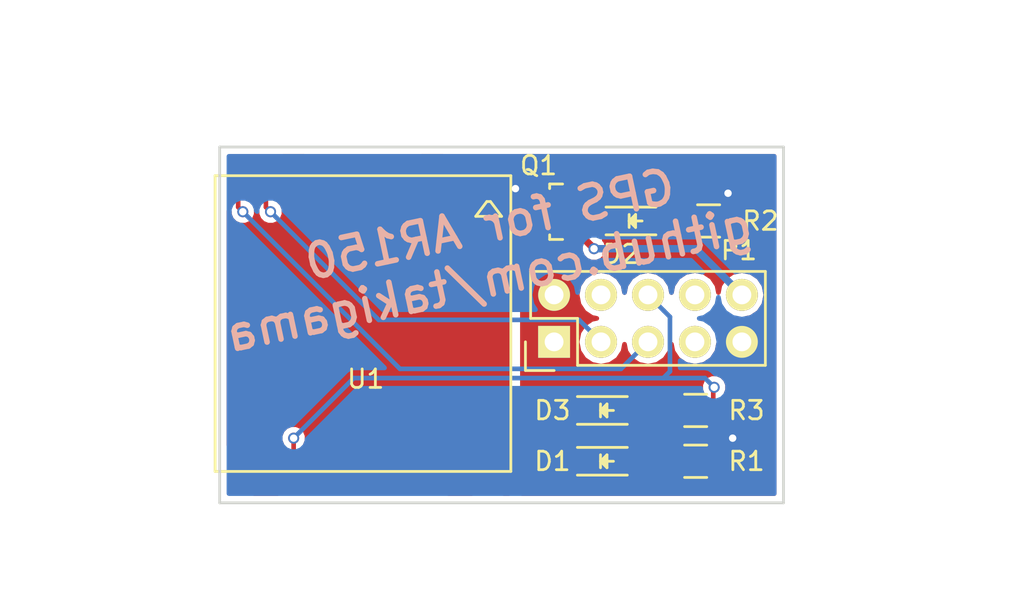
<source format=kicad_pcb>
(kicad_pcb (version 4) (host pcbnew 4.0.2+dfsg1-stable)

  (general
    (links 20)
    (no_connects 1)
    (area 106.500001 87.65 165.535715 120.225)
    (thickness 1.6)
    (drawings 8)
    (tracks 49)
    (zones 0)
    (modules 9)
    (nets 11)
  )

  (page A4)
  (layers
    (0 F.Cu signal)
    (31 B.Cu signal)
    (32 B.Adhes user)
    (33 F.Adhes user)
    (34 B.Paste user)
    (35 F.Paste user)
    (36 B.SilkS user)
    (37 F.SilkS user)
    (38 B.Mask user)
    (39 F.Mask user)
    (40 Dwgs.User user)
    (41 Cmts.User user)
    (42 Eco1.User user)
    (43 Eco2.User user)
    (44 Edge.Cuts user)
    (45 Margin user)
    (46 B.CrtYd user)
    (47 F.CrtYd user)
    (48 B.Fab user)
    (49 F.Fab user)
  )

  (setup
    (last_trace_width 1)
    (user_trace_width 0.4)
    (user_trace_width 0.6)
    (user_trace_width 0.8)
    (user_trace_width 1)
    (user_trace_width 1.2)
    (user_trace_width 1.5)
    (user_trace_width 1.8)
    (user_trace_width 2.5)
    (trace_clearance 0.2)
    (zone_clearance 0.3)
    (zone_45_only no)
    (trace_min 0.2)
    (segment_width 0.2)
    (edge_width 0.15)
    (via_size 0.6)
    (via_drill 0.4)
    (via_min_size 0.4)
    (via_min_drill 0.3)
    (uvia_size 0.3)
    (uvia_drill 0.1)
    (uvias_allowed no)
    (uvia_min_size 0.2)
    (uvia_min_drill 0.1)
    (pcb_text_width 0.3)
    (pcb_text_size 1.5 1.5)
    (mod_edge_width 0.15)
    (mod_text_size 1 1)
    (mod_text_width 0.15)
    (pad_size 1.524 1.524)
    (pad_drill 0.762)
    (pad_to_mask_clearance 0.2)
    (aux_axis_origin 0 0)
    (visible_elements FFFFFF7F)
    (pcbplotparams
      (layerselection 0x00030_80000001)
      (usegerberextensions false)
      (excludeedgelayer true)
      (linewidth 0.100000)
      (plotframeref false)
      (viasonmask false)
      (mode 1)
      (useauxorigin false)
      (hpglpennumber 1)
      (hpglpenspeed 20)
      (hpglpendiameter 15)
      (hpglpenoverlay 2)
      (psnegative false)
      (psa4output false)
      (plotreference true)
      (plotvalue true)
      (plotinvisibletext false)
      (padsonsilk false)
      (subtractmaskfromsilk false)
      (outputformat 1)
      (mirror false)
      (drillshape 1)
      (scaleselection 1)
      (outputdirectory ""))
  )

  (net 0 "")
  (net 1 "Net-(D1-Pad2)")
  (net 2 GND)
  (net 3 "Net-(D2-Pad2)")
  (net 4 GP_GND)
  (net 5 RX)
  (net 6 TX)
  (net 7 GP_14)
  (net 8 +3V3)
  (net 9 GP_17)
  (net 10 "Net-(D3-Pad2)")

  (net_class Default "This is the default net class."
    (clearance 0.2)
    (trace_width 0.25)
    (via_dia 0.6)
    (via_drill 0.4)
    (uvia_dia 0.3)
    (uvia_drill 0.1)
    (add_net +3V3)
    (add_net GND)
    (add_net GP_14)
    (add_net GP_17)
    (add_net GP_GND)
    (add_net "Net-(D1-Pad2)")
    (add_net "Net-(D2-Pad2)")
    (add_net "Net-(D3-Pad2)")
    (add_net RX)
    (add_net TX)
  )

  (module LEDs:LED_0805 (layer F.Cu) (tedit 55BDE1C2) (tstamp 59119C84)
    (at 139.70098 112.25)
    (descr "LED 0805 smd package")
    (tags "LED 0805 SMD")
    (path /59110B72)
    (attr smd)
    (fp_text reference D1 (at -2.95098 0) (layer F.SilkS)
      (effects (font (size 1 1) (thickness 0.15)))
    )
    (fp_text value LED (at 2.79902 7) (layer F.Fab)
      (effects (font (size 1 1) (thickness 0.15)))
    )
    (fp_line (start -1.6 0.75) (end 1.1 0.75) (layer F.SilkS) (width 0.15))
    (fp_line (start -1.6 -0.75) (end 1.1 -0.75) (layer F.SilkS) (width 0.15))
    (fp_line (start -0.1 0.15) (end -0.1 -0.1) (layer F.SilkS) (width 0.15))
    (fp_line (start -0.1 -0.1) (end -0.25 0.05) (layer F.SilkS) (width 0.15))
    (fp_line (start -0.35 -0.35) (end -0.35 0.35) (layer F.SilkS) (width 0.15))
    (fp_line (start 0 0) (end 0.35 0) (layer F.SilkS) (width 0.15))
    (fp_line (start -0.35 0) (end 0 -0.35) (layer F.SilkS) (width 0.15))
    (fp_line (start 0 -0.35) (end 0 0.35) (layer F.SilkS) (width 0.15))
    (fp_line (start 0 0.35) (end -0.35 0) (layer F.SilkS) (width 0.15))
    (fp_line (start 1.9 -0.95) (end 1.9 0.95) (layer F.CrtYd) (width 0.05))
    (fp_line (start 1.9 0.95) (end -1.9 0.95) (layer F.CrtYd) (width 0.05))
    (fp_line (start -1.9 0.95) (end -1.9 -0.95) (layer F.CrtYd) (width 0.05))
    (fp_line (start -1.9 -0.95) (end 1.9 -0.95) (layer F.CrtYd) (width 0.05))
    (pad 2 smd rect (at 1.04902 0 180) (size 1.19888 1.19888) (layers F.Cu F.Paste F.Mask)
      (net 1 "Net-(D1-Pad2)"))
    (pad 1 smd rect (at -1.04902 0 180) (size 1.19888 1.19888) (layers F.Cu F.Paste F.Mask)
      (net 2 GND))
    (model LEDs.3dshapes/LED_0805.wrl
      (at (xyz 0 0 0))
      (scale (xyz 1 1 1))
      (rotate (xyz 0 0 0))
    )
  )

  (module LEDs:LED_0805 (layer F.Cu) (tedit 55BDE1C2) (tstamp 59119C8A)
    (at 141.25 99.25)
    (descr "LED 0805 smd package")
    (tags "LED 0805 SMD")
    (path /59110BF4)
    (attr smd)
    (fp_text reference D2 (at -0.8 1.8 180) (layer F.SilkS)
      (effects (font (size 1 1) (thickness 0.15)))
    )
    (fp_text value LED (at -0.25 -7) (layer F.Fab)
      (effects (font (size 1 1) (thickness 0.15)))
    )
    (fp_line (start -1.6 0.75) (end 1.1 0.75) (layer F.SilkS) (width 0.15))
    (fp_line (start -1.6 -0.75) (end 1.1 -0.75) (layer F.SilkS) (width 0.15))
    (fp_line (start -0.1 0.15) (end -0.1 -0.1) (layer F.SilkS) (width 0.15))
    (fp_line (start -0.1 -0.1) (end -0.25 0.05) (layer F.SilkS) (width 0.15))
    (fp_line (start -0.35 -0.35) (end -0.35 0.35) (layer F.SilkS) (width 0.15))
    (fp_line (start 0 0) (end 0.35 0) (layer F.SilkS) (width 0.15))
    (fp_line (start -0.35 0) (end 0 -0.35) (layer F.SilkS) (width 0.15))
    (fp_line (start 0 -0.35) (end 0 0.35) (layer F.SilkS) (width 0.15))
    (fp_line (start 0 0.35) (end -0.35 0) (layer F.SilkS) (width 0.15))
    (fp_line (start 1.9 -0.95) (end 1.9 0.95) (layer F.CrtYd) (width 0.05))
    (fp_line (start 1.9 0.95) (end -1.9 0.95) (layer F.CrtYd) (width 0.05))
    (fp_line (start -1.9 0.95) (end -1.9 -0.95) (layer F.CrtYd) (width 0.05))
    (fp_line (start -1.9 -0.95) (end 1.9 -0.95) (layer F.CrtYd) (width 0.05))
    (pad 2 smd rect (at 1.04902 0 180) (size 1.19888 1.19888) (layers F.Cu F.Paste F.Mask)
      (net 3 "Net-(D2-Pad2)"))
    (pad 1 smd rect (at -1.04902 0 180) (size 1.19888 1.19888) (layers F.Cu F.Paste F.Mask)
      (net 4 GP_GND))
    (model LEDs.3dshapes/LED_0805.wrl
      (at (xyz 0 0 0))
      (scale (xyz 1 1 1))
      (rotate (xyz 0 0 0))
    )
  )

  (module Pin_Headers:Pin_Header_Straight_2x05 (layer F.Cu) (tedit 0) (tstamp 59119C98)
    (at 136.84 105.79 90)
    (descr "Through hole pin header")
    (tags "pin header")
    (path /591108C0)
    (fp_text reference P1 (at 4.94 10 180) (layer F.SilkS)
      (effects (font (size 1 1) (thickness 0.15)))
    )
    (fp_text value CONN_02X05 (at 11.54 4.66 180) (layer F.Fab)
      (effects (font (size 1 1) (thickness 0.15)))
    )
    (fp_line (start -1.75 -1.75) (end -1.75 11.95) (layer F.CrtYd) (width 0.05))
    (fp_line (start 4.3 -1.75) (end 4.3 11.95) (layer F.CrtYd) (width 0.05))
    (fp_line (start -1.75 -1.75) (end 4.3 -1.75) (layer F.CrtYd) (width 0.05))
    (fp_line (start -1.75 11.95) (end 4.3 11.95) (layer F.CrtYd) (width 0.05))
    (fp_line (start 3.81 -1.27) (end 3.81 11.43) (layer F.SilkS) (width 0.15))
    (fp_line (start 3.81 11.43) (end -1.27 11.43) (layer F.SilkS) (width 0.15))
    (fp_line (start -1.27 11.43) (end -1.27 1.27) (layer F.SilkS) (width 0.15))
    (fp_line (start 3.81 -1.27) (end 1.27 -1.27) (layer F.SilkS) (width 0.15))
    (fp_line (start 0 -1.55) (end -1.55 -1.55) (layer F.SilkS) (width 0.15))
    (fp_line (start 1.27 -1.27) (end 1.27 1.27) (layer F.SilkS) (width 0.15))
    (fp_line (start 1.27 1.27) (end -1.27 1.27) (layer F.SilkS) (width 0.15))
    (fp_line (start -1.55 -1.55) (end -1.55 0) (layer F.SilkS) (width 0.15))
    (pad 1 thru_hole rect (at 0 0 90) (size 1.7272 1.7272) (drill 1.016) (layers *.Cu *.Mask F.SilkS)
      (net 2 GND))
    (pad 2 thru_hole oval (at 2.54 0 90) (size 1.7272 1.7272) (drill 1.016) (layers *.Cu *.Mask F.SilkS)
      (net 2 GND))
    (pad 3 thru_hole oval (at 0 2.54 90) (size 1.7272 1.7272) (drill 1.016) (layers *.Cu *.Mask F.SilkS)
      (net 5 RX))
    (pad 4 thru_hole oval (at 2.54 2.54 90) (size 1.7272 1.7272) (drill 1.016) (layers *.Cu *.Mask F.SilkS))
    (pad 5 thru_hole oval (at 0 5.08 90) (size 1.7272 1.7272) (drill 1.016) (layers *.Cu *.Mask F.SilkS)
      (net 6 TX))
    (pad 6 thru_hole oval (at 2.54 5.08 90) (size 1.7272 1.7272) (drill 1.016) (layers *.Cu *.Mask F.SilkS)
      (net 7 GP_14))
    (pad 7 thru_hole oval (at 0 7.62 90) (size 1.7272 1.7272) (drill 1.016) (layers *.Cu *.Mask F.SilkS))
    (pad 8 thru_hole oval (at 2.54 7.62 90) (size 1.7272 1.7272) (drill 1.016) (layers *.Cu *.Mask F.SilkS))
    (pad 9 thru_hole oval (at 0 10.16 90) (size 1.7272 1.7272) (drill 1.016) (layers *.Cu *.Mask F.SilkS)
      (net 8 +3V3))
    (pad 10 thru_hole oval (at 2.54 10.16 90) (size 1.7272 1.7272) (drill 1.016) (layers *.Cu *.Mask F.SilkS)
      (net 9 GP_17))
    (model Pin_Headers.3dshapes/Pin_Header_Straight_2x05.wrl
      (at (xyz 0.05 -0.2 0))
      (scale (xyz 1 1 1))
      (rotate (xyz 0 0 90))
    )
  )

  (module TO_SOT_Packages_SMD:SOT-23 (layer F.Cu) (tedit 553634F8) (tstamp 59119C9F)
    (at 137.25 98.75 90)
    (descr "SOT-23, Standard")
    (tags SOT-23)
    (path /59110876)
    (attr smd)
    (fp_text reference Q1 (at 2.5 -1.25 180) (layer F.SilkS)
      (effects (font (size 1 1) (thickness 0.15)))
    )
    (fp_text value BSS138 (at -0.372 14.947 90) (layer F.Fab)
      (effects (font (size 1 1) (thickness 0.15)))
    )
    (fp_line (start -1.65 -1.6) (end 1.65 -1.6) (layer F.CrtYd) (width 0.05))
    (fp_line (start 1.65 -1.6) (end 1.65 1.6) (layer F.CrtYd) (width 0.05))
    (fp_line (start 1.65 1.6) (end -1.65 1.6) (layer F.CrtYd) (width 0.05))
    (fp_line (start -1.65 1.6) (end -1.65 -1.6) (layer F.CrtYd) (width 0.05))
    (fp_line (start 1.29916 -0.65024) (end 1.2509 -0.65024) (layer F.SilkS) (width 0.15))
    (fp_line (start -1.49982 0.0508) (end -1.49982 -0.65024) (layer F.SilkS) (width 0.15))
    (fp_line (start -1.49982 -0.65024) (end -1.2509 -0.65024) (layer F.SilkS) (width 0.15))
    (fp_line (start 1.29916 -0.65024) (end 1.49982 -0.65024) (layer F.SilkS) (width 0.15))
    (fp_line (start 1.49982 -0.65024) (end 1.49982 0.0508) (layer F.SilkS) (width 0.15))
    (pad 1 smd rect (at -0.95 1.00076 90) (size 0.8001 0.8001) (layers F.Cu F.Paste F.Mask)
      (net 9 GP_17))
    (pad 2 smd rect (at 0.95 1.00076 90) (size 0.8001 0.8001) (layers F.Cu F.Paste F.Mask)
      (net 2 GND))
    (pad 3 smd rect (at 0 -0.99822 90) (size 0.8001 0.8001) (layers F.Cu F.Paste F.Mask)
      (net 4 GP_GND))
    (model TO_SOT_Packages_SMD.3dshapes/SOT-23.wrl
      (at (xyz 0 0 0))
      (scale (xyz 1 1 1))
      (rotate (xyz 0 0 0))
    )
  )

  (module Resistors_SMD:R_0805 (layer F.Cu) (tedit 5415CDEB) (tstamp 59119CA5)
    (at 144.5 112.25 180)
    (descr "Resistor SMD 0805, reflow soldering, Vishay (see dcrcw.pdf)")
    (tags "resistor 0805")
    (path /59110C24)
    (attr smd)
    (fp_text reference R1 (at -2.75 0 180) (layer F.SilkS)
      (effects (font (size 1 1) (thickness 0.15)))
    )
    (fp_text value 300 (at -6 3 180) (layer F.Fab)
      (effects (font (size 1 1) (thickness 0.15)))
    )
    (fp_line (start -1.6 -1) (end 1.6 -1) (layer F.CrtYd) (width 0.05))
    (fp_line (start -1.6 1) (end 1.6 1) (layer F.CrtYd) (width 0.05))
    (fp_line (start -1.6 -1) (end -1.6 1) (layer F.CrtYd) (width 0.05))
    (fp_line (start 1.6 -1) (end 1.6 1) (layer F.CrtYd) (width 0.05))
    (fp_line (start 0.6 0.875) (end -0.6 0.875) (layer F.SilkS) (width 0.15))
    (fp_line (start -0.6 -0.875) (end 0.6 -0.875) (layer F.SilkS) (width 0.15))
    (pad 1 smd rect (at -0.95 0 180) (size 0.7 1.3) (layers F.Cu F.Paste F.Mask)
      (net 8 +3V3))
    (pad 2 smd rect (at 0.95 0 180) (size 0.7 1.3) (layers F.Cu F.Paste F.Mask)
      (net 1 "Net-(D1-Pad2)"))
    (model Resistors_SMD.3dshapes/R_0805.wrl
      (at (xyz 0 0 0))
      (scale (xyz 1 1 1))
      (rotate (xyz 0 0 0))
    )
  )

  (module Resistors_SMD:R_0805 (layer F.Cu) (tedit 5415CDEB) (tstamp 59119CAB)
    (at 145.2 99.25 180)
    (descr "Resistor SMD 0805, reflow soldering, Vishay (see dcrcw.pdf)")
    (tags "resistor 0805")
    (path /59110C69)
    (attr smd)
    (fp_text reference R2 (at -2.8 0 180) (layer F.SilkS)
      (effects (font (size 1 1) (thickness 0.15)))
    )
    (fp_text value 300 (at -0.3 7 180) (layer F.Fab)
      (effects (font (size 1 1) (thickness 0.15)))
    )
    (fp_line (start -1.6 -1) (end 1.6 -1) (layer F.CrtYd) (width 0.05))
    (fp_line (start -1.6 1) (end 1.6 1) (layer F.CrtYd) (width 0.05))
    (fp_line (start -1.6 -1) (end -1.6 1) (layer F.CrtYd) (width 0.05))
    (fp_line (start 1.6 -1) (end 1.6 1) (layer F.CrtYd) (width 0.05))
    (fp_line (start 0.6 0.875) (end -0.6 0.875) (layer F.SilkS) (width 0.15))
    (fp_line (start -0.6 -0.875) (end 0.6 -0.875) (layer F.SilkS) (width 0.15))
    (pad 1 smd rect (at -0.95 0 180) (size 0.7 1.3) (layers F.Cu F.Paste F.Mask)
      (net 8 +3V3))
    (pad 2 smd rect (at 0.95 0 180) (size 0.7 1.3) (layers F.Cu F.Paste F.Mask)
      (net 3 "Net-(D2-Pad2)"))
    (model Resistors_SMD.3dshapes/R_0805.wrl
      (at (xyz 0 0 0))
      (scale (xyz 1 1 1))
      (rotate (xyz 0 0 0))
    )
  )

  (module LEDs:LED_0805 (layer F.Cu) (tedit 55BDE1C2) (tstamp 593D396D)
    (at 139.70098 109.5)
    (descr "LED 0805 smd package")
    (tags "LED 0805 SMD")
    (path /593D397F)
    (attr smd)
    (fp_text reference D3 (at -2.95098 0) (layer F.SilkS)
      (effects (font (size 1 1) (thickness 0.15)))
    )
    (fp_text value LED (at -0.95098 6.75) (layer F.Fab)
      (effects (font (size 1 1) (thickness 0.15)))
    )
    (fp_line (start -1.6 0.75) (end 1.1 0.75) (layer F.SilkS) (width 0.15))
    (fp_line (start -1.6 -0.75) (end 1.1 -0.75) (layer F.SilkS) (width 0.15))
    (fp_line (start -0.1 0.15) (end -0.1 -0.1) (layer F.SilkS) (width 0.15))
    (fp_line (start -0.1 -0.1) (end -0.25 0.05) (layer F.SilkS) (width 0.15))
    (fp_line (start -0.35 -0.35) (end -0.35 0.35) (layer F.SilkS) (width 0.15))
    (fp_line (start 0 0) (end 0.35 0) (layer F.SilkS) (width 0.15))
    (fp_line (start -0.35 0) (end 0 -0.35) (layer F.SilkS) (width 0.15))
    (fp_line (start 0 -0.35) (end 0 0.35) (layer F.SilkS) (width 0.15))
    (fp_line (start 0 0.35) (end -0.35 0) (layer F.SilkS) (width 0.15))
    (fp_line (start 1.9 -0.95) (end 1.9 0.95) (layer F.CrtYd) (width 0.05))
    (fp_line (start 1.9 0.95) (end -1.9 0.95) (layer F.CrtYd) (width 0.05))
    (fp_line (start -1.9 0.95) (end -1.9 -0.95) (layer F.CrtYd) (width 0.05))
    (fp_line (start -1.9 -0.95) (end 1.9 -0.95) (layer F.CrtYd) (width 0.05))
    (pad 2 smd rect (at 1.04902 0 180) (size 1.19888 1.19888) (layers F.Cu F.Paste F.Mask)
      (net 10 "Net-(D3-Pad2)"))
    (pad 1 smd rect (at -1.04902 0 180) (size 1.19888 1.19888) (layers F.Cu F.Paste F.Mask)
      (net 2 GND))
    (model LEDs.3dshapes/LED_0805.wrl
      (at (xyz 0 0 0))
      (scale (xyz 1 1 1))
      (rotate (xyz 0 0 0))
    )
  )

  (module Resistors_SMD:R_0805 (layer F.Cu) (tedit 5415CDEB) (tstamp 593D3979)
    (at 144.5 109.5 180)
    (descr "Resistor SMD 0805, reflow soldering, Vishay (see dcrcw.pdf)")
    (tags "resistor 0805")
    (path /593D3915)
    (attr smd)
    (fp_text reference R3 (at -2.75 0 360) (layer F.SilkS)
      (effects (font (size 1 1) (thickness 0.15)))
    )
    (fp_text value 300 (at -7.25 2.5 180) (layer F.Fab)
      (effects (font (size 1 1) (thickness 0.15)))
    )
    (fp_line (start -1.6 -1) (end 1.6 -1) (layer F.CrtYd) (width 0.05))
    (fp_line (start -1.6 1) (end 1.6 1) (layer F.CrtYd) (width 0.05))
    (fp_line (start -1.6 -1) (end -1.6 1) (layer F.CrtYd) (width 0.05))
    (fp_line (start 1.6 -1) (end 1.6 1) (layer F.CrtYd) (width 0.05))
    (fp_line (start 0.6 0.875) (end -0.6 0.875) (layer F.SilkS) (width 0.15))
    (fp_line (start -0.6 -0.875) (end 0.6 -0.875) (layer F.SilkS) (width 0.15))
    (pad 1 smd rect (at -0.95 0 180) (size 0.7 1.3) (layers F.Cu F.Paste F.Mask)
      (net 7 GP_14))
    (pad 2 smd rect (at 0.95 0 180) (size 0.7 1.3) (layers F.Cu F.Paste F.Mask)
      (net 10 "Net-(D3-Pad2)"))
    (model Resistors_SMD.3dshapes/R_0805.wrl
      (at (xyz 0 0 0))
      (scale (xyz 1 1 1))
      (rotate (xyz 0 0 0))
    )
  )

  (module MyKiCadLibs:MTK3339 (layer F.Cu) (tedit 593D74D4) (tstamp 593D7AAE)
    (at 126.5 104.8)
    (path /593D78A8)
    (fp_text reference U1 (at 0.148 3) (layer F.SilkS)
      (effects (font (size 1 1) (thickness 0.15)))
    )
    (fp_text value MTK3339 (at 0.048 -3) (layer F.Fab)
      (effects (font (size 1 1) (thickness 0.15)))
    )
    (fp_line (start 6.1 -5.8) (end 6.7 -6.6) (layer F.SilkS) (width 0.15))
    (fp_line (start 7.5 -5.8) (end 6.1 -5.8) (layer F.SilkS) (width 0.15))
    (fp_line (start 6.9 -6.6) (end 7.5 -5.8) (layer F.SilkS) (width 0.15))
    (fp_line (start 6.7 -6.6) (end 6.9 -6.6) (layer F.SilkS) (width 0.15))
    (fp_line (start 8 -8) (end -8 -8) (layer F.SilkS) (width 0.15))
    (fp_line (start 8 8) (end 8 -8) (layer F.SilkS) (width 0.15))
    (fp_line (start -8 8) (end 8 8) (layer F.SilkS) (width 0.15))
    (fp_line (start -8 -8) (end -8 8) (layer F.SilkS) (width 0.15))
    (pad 1 smd rect (at 6.75 -8) (size 1 2) (layers F.Cu F.Paste F.Mask)
      (net 8 +3V3))
    (pad 2 smd rect (at 5.25 -8) (size 1 2) (layers F.Cu F.Paste F.Mask))
    (pad 3 smd rect (at 3.75 -8) (size 1 2) (layers F.Cu F.Paste F.Mask)
      (net 4 GP_GND))
    (pad 4 smd rect (at 2.25 -8) (size 1 2) (layers F.Cu F.Paste F.Mask))
    (pad 5 smd rect (at 0.75 -8) (size 1 2) (layers F.Cu F.Paste F.Mask))
    (pad 6 smd rect (at -0.75 -8) (size 1 2) (layers F.Cu F.Paste F.Mask))
    (pad 7 smd rect (at -2.25 -8) (size 1 2) (layers F.Cu F.Paste F.Mask))
    (pad 8 smd rect (at -3.75 -8) (size 1 2) (layers F.Cu F.Paste F.Mask)
      (net 4 GP_GND))
    (pad 9 smd rect (at -5.25 -8) (size 1 2) (layers F.Cu F.Paste F.Mask)
      (net 5 RX))
    (pad 10 smd rect (at -6.75 -8) (size 1 2) (layers F.Cu F.Paste F.Mask)
      (net 6 TX))
    (pad 20 smd rect (at 6.75 8) (size 1 2) (layers F.Cu F.Paste F.Mask))
    (pad 19 smd rect (at 5.25 8) (size 1 2) (layers F.Cu F.Paste F.Mask)
      (net 4 GP_GND))
    (pad 18 smd rect (at 3.75 8) (size 1 2) (layers F.Cu F.Paste F.Mask))
    (pad 17 smd rect (at 2.25 8) (size 1 2) (layers F.Cu F.Paste F.Mask))
    (pad 16 smd rect (at 0.75 8) (size 1 2) (layers F.Cu F.Paste F.Mask))
    (pad 15 smd rect (at -0.75 8) (size 1 2) (layers F.Cu F.Paste F.Mask))
    (pad 14 smd rect (at -2.25 8) (size 1 2) (layers F.Cu F.Paste F.Mask))
    (pad 13 smd rect (at -3.75 8) (size 1 2) (layers F.Cu F.Paste F.Mask)
      (net 7 GP_14))
    (pad 12 smd rect (at -5.25 8) (size 1 2) (layers F.Cu F.Paste F.Mask)
      (net 4 GP_GND))
    (pad 11 smd rect (at -6.75 8) (size 1 2) (layers F.Cu F.Paste F.Mask))
  )

  (dimension 19.25 (width 0.3) (layer Cmts.User)
    (gr_text "19.250 mm" (at 113.15 104.875 270) (layer Cmts.User)
      (effects (font (size 1.5 1.5) (thickness 0.3)))
    )
    (feature1 (pts (xy 117.5 114.5) (xy 111.8 114.5)))
    (feature2 (pts (xy 117.5 95.25) (xy 111.8 95.25)))
    (crossbar (pts (xy 114.5 95.25) (xy 114.5 114.5)))
    (arrow1a (pts (xy 114.5 114.5) (xy 113.913579 113.373496)))
    (arrow1b (pts (xy 114.5 114.5) (xy 115.086421 113.373496)))
    (arrow2a (pts (xy 114.5 95.25) (xy 113.913579 96.376504)))
    (arrow2b (pts (xy 114.5 95.25) (xy 115.086421 96.376504)))
  )
  (dimension 8 (width 0.3) (layer Cmts.User)
    (gr_text "8.000 mm" (at 159.6 99.25 270) (layer Cmts.User) (tstamp 593EAD21)
      (effects (font (size 1.5 1.5) (thickness 0.3)))
    )
    (feature1 (pts (xy 150.25 103.25) (xy 160.95 103.25)))
    (feature2 (pts (xy 150.25 95.25) (xy 160.95 95.25)))
    (crossbar (pts (xy 158.25 95.25) (xy 158.25 103.25)))
    (arrow1a (pts (xy 158.25 103.25) (xy 157.663579 102.123496)))
    (arrow1b (pts (xy 158.25 103.25) (xy 158.836421 102.123496)))
    (arrow2a (pts (xy 158.25 95.25) (xy 157.663579 96.376504)))
    (arrow2b (pts (xy 158.25 95.25) (xy 158.836421 96.376504)))
  )
  (dimension 30.5 (width 0.3) (layer Cmts.User)
    (gr_text "30.500 mm" (at 134 89.15) (layer Cmts.User)
      (effects (font (size 1.5 1.5) (thickness 0.3)))
    )
    (feature1 (pts (xy 149.25 94) (xy 149.25 87.8)))
    (feature2 (pts (xy 118.75 94) (xy 118.75 87.8)))
    (crossbar (pts (xy 118.75 90.5) (xy 149.25 90.5)))
    (arrow1a (pts (xy 149.25 90.5) (xy 148.123496 91.086421)))
    (arrow1b (pts (xy 149.25 90.5) (xy 148.123496 89.913579)))
    (arrow2a (pts (xy 118.75 90.5) (xy 119.876504 91.086421)))
    (arrow2b (pts (xy 118.75 90.5) (xy 119.876504 89.913579)))
  )
  (gr_text "GPS for AR150 \ngithub.com/takigama" (at 133 101 12) (layer B.SilkS)
    (effects (font (size 1.8 1.8) (thickness 0.3)) (justify mirror))
  )
  (gr_line (start 149.25 95.25) (end 118.75 95.25) (layer Edge.Cuts) (width 0.15))
  (gr_line (start 149.25 114.5) (end 149.25 95.25) (layer Edge.Cuts) (width 0.15))
  (gr_line (start 118.75 114.5) (end 149.25 114.5) (layer Edge.Cuts) (width 0.15))
  (gr_line (start 118.75 95.25) (end 118.75 114.5) (layer Edge.Cuts) (width 0.15))

  (segment (start 143.55 112.25) (end 140.75 112.25) (width 1) (layer F.Cu) (net 1))
  (segment (start 142.29902 99.25) (end 144.25 99.25) (width 1) (layer F.Cu) (net 3))
  (segment (start 135.5 100.25) (end 133.75 100.25) (width 1) (layer F.Cu) (net 4))
  (segment (start 136.25178 99.49822) (end 135.5 100.25) (width 1) (layer F.Cu) (net 4))
  (segment (start 136.25178 98.75) (end 136.25178 99.49822) (width 1) (layer F.Cu) (net 4))
  (segment (start 139.75 99.25) (end 139.25 98.75) (width 0.4) (layer F.Cu) (net 4))
  (segment (start 139.25 98.75) (end 136.25178 98.75) (width 0.4) (layer F.Cu) (net 4))
  (segment (start 140.20098 99.25) (end 139.75 99.25) (width 0.4) (layer F.Cu) (net 4))
  (segment (start 121.5 98.75) (end 127.351399 104.601399) (width 0.25) (layer B.Cu) (net 5))
  (segment (start 127.351399 104.601399) (end 138.191399 104.601399) (width 0.25) (layer B.Cu) (net 5))
  (segment (start 138.191399 104.601399) (end 138.516401 104.926401) (width 0.25) (layer B.Cu) (net 5))
  (segment (start 138.516401 104.926401) (end 139.38 105.79) (width 0.25) (layer B.Cu) (net 5))
  (segment (start 121.25 96.8) (end 121.25 98.5) (width 0.25) (layer F.Cu) (net 5))
  (segment (start 121.25 98.5) (end 121.5 98.75) (width 0.25) (layer F.Cu) (net 5))
  (via (at 121.5 98.75) (size 0.6) (drill 0.4) (layers F.Cu B.Cu) (net 5))
  (segment (start 128.5 107.25) (end 140.46 107.25) (width 0.25) (layer B.Cu) (net 6))
  (segment (start 140.46 107.25) (end 141.92 105.79) (width 0.25) (layer B.Cu) (net 6))
  (segment (start 120 98.75) (end 128.5 107.25) (width 0.25) (layer B.Cu) (net 6))
  (segment (start 119.75 96.8) (end 119.75 98.5) (width 0.25) (layer F.Cu) (net 6))
  (segment (start 119.75 98.5) (end 120 98.75) (width 0.25) (layer F.Cu) (net 6))
  (via (at 120 98.75) (size 0.6) (drill 0.4) (layers F.Cu B.Cu) (net 6))
  (segment (start 145.5 108.25) (end 145 107.75) (width 0.25) (layer B.Cu) (net 7))
  (segment (start 145 107.75) (end 142.75 107.75) (width 0.25) (layer B.Cu) (net 7))
  (segment (start 145.45 109.5) (end 145.45 108.3) (width 0.25) (layer F.Cu) (net 7))
  (segment (start 145.45 108.3) (end 145.5 108.25) (width 0.25) (layer F.Cu) (net 7))
  (via (at 145.5 108.25) (size 0.6) (drill 0.4) (layers F.Cu B.Cu) (net 7))
  (segment (start 142.75 107.75) (end 143.108601 107.391399) (width 0.25) (layer B.Cu) (net 7))
  (segment (start 122.75 111) (end 126 107.75) (width 0.25) (layer B.Cu) (net 7))
  (segment (start 126 107.75) (end 142.75 107.75) (width 0.25) (layer B.Cu) (net 7))
  (segment (start 143.108601 107.391399) (end 143.108601 104.438601) (width 0.25) (layer B.Cu) (net 7))
  (segment (start 143.108601 104.438601) (end 142.783599 104.113599) (width 0.25) (layer B.Cu) (net 7))
  (segment (start 142.783599 104.113599) (end 141.92 103.25) (width 0.25) (layer B.Cu) (net 7))
  (segment (start 122.75 112.8) (end 122.75 111) (width 0.25) (layer F.Cu) (net 7))
  (via (at 122.75 111) (size 0.6) (drill 0.4) (layers F.Cu B.Cu) (net 7))
  (segment (start 145.45 112.25) (end 145.45 112.05) (width 1) (layer F.Cu) (net 8))
  (segment (start 145.45 112.05) (end 146.5 111) (width 1) (layer F.Cu) (net 8))
  (via (at 146.5 111) (size 0.6) (drill 0.4) (layers F.Cu B.Cu) (net 8))
  (segment (start 133.25 96.8) (end 134.05 96.8) (width 1) (layer F.Cu) (net 8))
  (segment (start 134.05 96.8) (end 134.75 97.5) (width 1) (layer F.Cu) (net 8))
  (via (at 134.75 97.5) (size 0.6) (drill 0.4) (layers F.Cu B.Cu) (net 8))
  (segment (start 146.15 99.25) (end 146.15 97.85) (width 0.8) (layer F.Cu) (net 8))
  (segment (start 146.15 97.85) (end 146.25 97.75) (width 0.8) (layer F.Cu) (net 8))
  (via (at 146.25 97.75) (size 0.6) (drill 0.4) (layers F.Cu B.Cu) (net 8))
  (segment (start 139 100.75) (end 144.5 100.75) (width 0.4) (layer B.Cu) (net 9))
  (segment (start 144.5 100.75) (end 147 103.25) (width 0.4) (layer B.Cu) (net 9))
  (segment (start 138.25076 99.7) (end 138.25076 100.00076) (width 0.4) (layer F.Cu) (net 9))
  (via (at 139 100.75) (size 0.6) (drill 0.4) (layers F.Cu B.Cu) (net 9))
  (segment (start 138.25076 100.00076) (end 139 100.75) (width 0.4) (layer F.Cu) (net 9))
  (segment (start 140.75 109.5) (end 143.55 109.5) (width 1) (layer F.Cu) (net 10))

  (zone (net 8) (net_name +3V3) (layer B.Cu) (tstamp 0) (hatch edge 0.508)
    (connect_pads yes (clearance 0.3))
    (min_thickness 0.254)
    (fill yes (arc_segments 16) (thermal_gap 0.508) (thermal_bridge_width 0.508))
    (polygon
      (pts
        (xy 149.25 95.25) (xy 149.25 114.5) (xy 118.75 114.5) (xy 118.75 95.25)
      )
    )
    (filled_polygon
      (pts
        (xy 148.748 113.998) (xy 119.252 113.998) (xy 119.252 98.893975) (xy 119.272874 98.893975) (xy 119.38332 99.161275)
        (xy 119.58765 99.365961) (xy 119.854756 99.476874) (xy 119.946308 99.476954) (xy 127.667354 107.198) (xy 126 107.198)
        (xy 125.788758 107.240018) (xy 125.609677 107.359677) (xy 122.696401 110.272953) (xy 122.606025 110.272874) (xy 122.338725 110.38332)
        (xy 122.134039 110.58765) (xy 122.023126 110.854756) (xy 122.022874 111.143975) (xy 122.13332 111.411275) (xy 122.33765 111.615961)
        (xy 122.604756 111.726874) (xy 122.893975 111.727126) (xy 123.161275 111.61668) (xy 123.365961 111.41235) (xy 123.476874 111.145244)
        (xy 123.476954 111.053692) (xy 126.228646 108.302) (xy 144.771354 108.302) (xy 144.772953 108.303599) (xy 144.772874 108.393975)
        (xy 144.88332 108.661275) (xy 145.08765 108.865961) (xy 145.354756 108.976874) (xy 145.643975 108.977126) (xy 145.911275 108.86668)
        (xy 146.115961 108.66235) (xy 146.226874 108.395244) (xy 146.227126 108.106025) (xy 146.11668 107.838725) (xy 145.91235 107.634039)
        (xy 145.645244 107.523126) (xy 145.553692 107.523046) (xy 145.390323 107.359677) (xy 145.211242 107.240018) (xy 145 107.198)
        (xy 143.660601 107.198) (xy 143.660601 106.803509) (xy 143.966109 107.007643) (xy 144.46 107.105884) (xy 144.953891 107.007643)
        (xy 145.372592 106.727876) (xy 145.652359 106.309175) (xy 145.7506 105.815284) (xy 145.7506 105.764716) (xy 145.652359 105.270825)
        (xy 145.372592 104.852124) (xy 144.953891 104.572357) (xy 144.690675 104.52) (xy 144.953891 104.467643) (xy 145.372592 104.187876)
        (xy 145.652359 103.769175) (xy 145.73 103.378847) (xy 145.807641 103.769175) (xy 146.087408 104.187876) (xy 146.506109 104.467643)
        (xy 147 104.565884) (xy 147.493891 104.467643) (xy 147.912592 104.187876) (xy 148.192359 103.769175) (xy 148.2906 103.275284)
        (xy 148.2906 103.224716) (xy 148.192359 102.730825) (xy 147.912592 102.312124) (xy 147.493891 102.032357) (xy 147 101.934116)
        (xy 146.642032 102.00532) (xy 144.943356 100.306644) (xy 144.739943 100.170728) (xy 144.5 100.123) (xy 139.385765 100.123)
        (xy 139.145244 100.023126) (xy 138.856025 100.022874) (xy 138.588725 100.13332) (xy 138.384039 100.33765) (xy 138.273126 100.604756)
        (xy 138.272874 100.893975) (xy 138.38332 101.161275) (xy 138.58765 101.365961) (xy 138.854756 101.476874) (xy 139.143975 101.477126)
        (xy 139.386299 101.377) (xy 144.240288 101.377) (xy 144.881182 102.017894) (xy 144.46 101.934116) (xy 143.966109 102.032357)
        (xy 143.547408 102.312124) (xy 143.267641 102.730825) (xy 143.19 103.121153) (xy 143.112359 102.730825) (xy 142.832592 102.312124)
        (xy 142.413891 102.032357) (xy 141.92 101.934116) (xy 141.426109 102.032357) (xy 141.007408 102.312124) (xy 140.727641 102.730825)
        (xy 140.65 103.121153) (xy 140.572359 102.730825) (xy 140.292592 102.312124) (xy 139.873891 102.032357) (xy 139.38 101.934116)
        (xy 138.886109 102.032357) (xy 138.467408 102.312124) (xy 138.187641 102.730825) (xy 138.11 103.121153) (xy 138.032359 102.730825)
        (xy 137.752592 102.312124) (xy 137.333891 102.032357) (xy 136.84 101.934116) (xy 136.346109 102.032357) (xy 135.927408 102.312124)
        (xy 135.647641 102.730825) (xy 135.5494 103.224716) (xy 135.5494 103.275284) (xy 135.647641 103.769175) (xy 135.834881 104.049399)
        (xy 127.580045 104.049399) (xy 122.227047 98.696401) (xy 122.227126 98.606025) (xy 122.11668 98.338725) (xy 121.91235 98.134039)
        (xy 121.645244 98.023126) (xy 121.356025 98.022874) (xy 121.088725 98.13332) (xy 120.884039 98.33765) (xy 120.773126 98.604756)
        (xy 120.773006 98.74236) (xy 120.727047 98.696401) (xy 120.727126 98.606025) (xy 120.61668 98.338725) (xy 120.41235 98.134039)
        (xy 120.145244 98.023126) (xy 119.856025 98.022874) (xy 119.588725 98.13332) (xy 119.384039 98.33765) (xy 119.273126 98.604756)
        (xy 119.272874 98.893975) (xy 119.252 98.893975) (xy 119.252 95.752) (xy 148.748 95.752)
      )
    )
  )
  (zone (net 2) (net_name GND) (layer F.Cu) (tstamp 0) (hatch edge 0.508)
    (connect_pads yes (clearance 0.3))
    (min_thickness 0.254)
    (fill yes (arc_segments 16) (thermal_gap 0.508) (thermal_bridge_width 0.508))
    (polygon
      (pts
        (xy 135 95.25) (xy 135 114.5) (xy 149.25 114.5) (xy 149.25 95.25)
      )
    )
    (filled_polygon
      (pts
        (xy 148.748 113.998) (xy 135.127 113.998) (xy 135.127 111.65056) (xy 139.715195 111.65056) (xy 139.715195 112.84944)
        (xy 139.744969 113.007677) (xy 139.838487 113.153007) (xy 139.981179 113.250504) (xy 140.15056 113.284805) (xy 141.34944 113.284805)
        (xy 141.507677 113.255031) (xy 141.62894 113.177) (xy 142.870831 113.177) (xy 142.887927 113.203567) (xy 143.030619 113.301064)
        (xy 143.2 113.335365) (xy 143.9 113.335365) (xy 144.058237 113.305591) (xy 144.203567 113.212073) (xy 144.301064 113.069381)
        (xy 144.335365 112.9) (xy 144.335365 112.711113) (xy 144.406436 112.604748) (xy 144.477 112.25) (xy 144.406436 111.895252)
        (xy 144.335365 111.788887) (xy 144.335365 111.6) (xy 144.664635 111.6) (xy 144.664635 112.9) (xy 144.694409 113.058237)
        (xy 144.787927 113.203567) (xy 144.930619 113.301064) (xy 145.1 113.335365) (xy 145.8 113.335365) (xy 145.958237 113.305591)
        (xy 146.103567 113.212073) (xy 146.201064 113.069381) (xy 146.235365 112.9) (xy 146.235365 111.6) (xy 146.205591 111.441763)
        (xy 146.112073 111.296433) (xy 145.969381 111.198936) (xy 145.8 111.164635) (xy 145.1 111.164635) (xy 144.941763 111.194409)
        (xy 144.796433 111.287927) (xy 144.698936 111.430619) (xy 144.664635 111.6) (xy 144.335365 111.6) (xy 144.305591 111.441763)
        (xy 144.212073 111.296433) (xy 144.069381 111.198936) (xy 143.9 111.164635) (xy 143.2 111.164635) (xy 143.041763 111.194409)
        (xy 142.896433 111.287927) (xy 142.872469 111.323) (xy 141.626398 111.323) (xy 141.518821 111.249496) (xy 141.34944 111.215195)
        (xy 140.15056 111.215195) (xy 139.992323 111.244969) (xy 139.846993 111.338487) (xy 139.749496 111.481179) (xy 139.715195 111.65056)
        (xy 135.127 111.65056) (xy 135.127 108.90056) (xy 139.715195 108.90056) (xy 139.715195 110.09944) (xy 139.744969 110.257677)
        (xy 139.838487 110.403007) (xy 139.981179 110.500504) (xy 140.15056 110.534805) (xy 141.34944 110.534805) (xy 141.507677 110.505031)
        (xy 141.62894 110.427) (xy 142.870831 110.427) (xy 142.887927 110.453567) (xy 143.030619 110.551064) (xy 143.2 110.585365)
        (xy 143.9 110.585365) (xy 144.058237 110.555591) (xy 144.203567 110.462073) (xy 144.301064 110.319381) (xy 144.335365 110.15)
        (xy 144.335365 109.961113) (xy 144.406436 109.854748) (xy 144.477 109.5) (xy 144.406436 109.145252) (xy 144.335365 109.038887)
        (xy 144.335365 108.85) (xy 144.664635 108.85) (xy 144.664635 110.15) (xy 144.694409 110.308237) (xy 144.787927 110.453567)
        (xy 144.930619 110.551064) (xy 145.1 110.585365) (xy 145.8 110.585365) (xy 145.958237 110.555591) (xy 146.103567 110.462073)
        (xy 146.201064 110.319381) (xy 146.235365 110.15) (xy 146.235365 108.85) (xy 146.205591 108.691763) (xy 146.143691 108.595569)
        (xy 146.226874 108.395244) (xy 146.227126 108.106025) (xy 146.11668 107.838725) (xy 145.91235 107.634039) (xy 145.645244 107.523126)
        (xy 145.356025 107.522874) (xy 145.088725 107.63332) (xy 144.884039 107.83765) (xy 144.773126 108.104756) (xy 144.772874 108.393975)
        (xy 144.824809 108.519667) (xy 144.796433 108.537927) (xy 144.698936 108.680619) (xy 144.664635 108.85) (xy 144.335365 108.85)
        (xy 144.305591 108.691763) (xy 144.212073 108.546433) (xy 144.069381 108.448936) (xy 143.9 108.414635) (xy 143.2 108.414635)
        (xy 143.041763 108.444409) (xy 142.896433 108.537927) (xy 142.872469 108.573) (xy 141.626398 108.573) (xy 141.518821 108.499496)
        (xy 141.34944 108.465195) (xy 140.15056 108.465195) (xy 139.992323 108.494969) (xy 139.846993 108.588487) (xy 139.749496 108.731179)
        (xy 139.715195 108.90056) (xy 135.127 108.90056) (xy 135.127 103.224716) (xy 138.0894 103.224716) (xy 138.0894 103.275284)
        (xy 138.187641 103.769175) (xy 138.467408 104.187876) (xy 138.886109 104.467643) (xy 139.149325 104.52) (xy 138.886109 104.572357)
        (xy 138.467408 104.852124) (xy 138.187641 105.270825) (xy 138.0894 105.764716) (xy 138.0894 105.815284) (xy 138.187641 106.309175)
        (xy 138.467408 106.727876) (xy 138.886109 107.007643) (xy 139.38 107.105884) (xy 139.873891 107.007643) (xy 140.292592 106.727876)
        (xy 140.572359 106.309175) (xy 140.65 105.918847) (xy 140.727641 106.309175) (xy 141.007408 106.727876) (xy 141.426109 107.007643)
        (xy 141.92 107.105884) (xy 142.413891 107.007643) (xy 142.832592 106.727876) (xy 143.112359 106.309175) (xy 143.19 105.918847)
        (xy 143.267641 106.309175) (xy 143.547408 106.727876) (xy 143.966109 107.007643) (xy 144.46 107.105884) (xy 144.953891 107.007643)
        (xy 145.372592 106.727876) (xy 145.652359 106.309175) (xy 145.73 105.918847) (xy 145.807641 106.309175) (xy 146.087408 106.727876)
        (xy 146.506109 107.007643) (xy 147 107.105884) (xy 147.493891 107.007643) (xy 147.912592 106.727876) (xy 148.192359 106.309175)
        (xy 148.2906 105.815284) (xy 148.2906 105.764716) (xy 148.192359 105.270825) (xy 147.912592 104.852124) (xy 147.493891 104.572357)
        (xy 147.230675 104.52) (xy 147.493891 104.467643) (xy 147.912592 104.187876) (xy 148.192359 103.769175) (xy 148.2906 103.275284)
        (xy 148.2906 103.224716) (xy 148.192359 102.730825) (xy 147.912592 102.312124) (xy 147.493891 102.032357) (xy 147 101.934116)
        (xy 146.506109 102.032357) (xy 146.087408 102.312124) (xy 145.807641 102.730825) (xy 145.73 103.121153) (xy 145.652359 102.730825)
        (xy 145.372592 102.312124) (xy 144.953891 102.032357) (xy 144.46 101.934116) (xy 143.966109 102.032357) (xy 143.547408 102.312124)
        (xy 143.267641 102.730825) (xy 143.19 103.121153) (xy 143.112359 102.730825) (xy 142.832592 102.312124) (xy 142.413891 102.032357)
        (xy 141.92 101.934116) (xy 141.426109 102.032357) (xy 141.007408 102.312124) (xy 140.727641 102.730825) (xy 140.65 103.121153)
        (xy 140.572359 102.730825) (xy 140.292592 102.312124) (xy 139.873891 102.032357) (xy 139.38 101.934116) (xy 138.886109 102.032357)
        (xy 138.467408 102.312124) (xy 138.187641 102.730825) (xy 138.0894 103.224716) (xy 135.127 103.224716) (xy 135.127 101.177)
        (xy 135.5 101.177) (xy 135.854748 101.106436) (xy 136.155488 100.905488) (xy 136.907268 100.153708) (xy 136.943121 100.10005)
        (xy 137.108216 99.852968) (xy 137.17878 99.49822) (xy 137.17878 99.377) (xy 137.415345 99.377) (xy 137.415345 100.10005)
        (xy 137.445119 100.258287) (xy 137.538637 100.403617) (xy 137.681329 100.501114) (xy 137.85071 100.535415) (xy 137.898703 100.535415)
        (xy 138.283866 100.920578) (xy 138.38332 101.161275) (xy 138.58765 101.365961) (xy 138.854756 101.476874) (xy 139.143975 101.477126)
        (xy 139.411275 101.36668) (xy 139.615961 101.16235) (xy 139.726874 100.895244) (xy 139.727126 100.606025) (xy 139.61668 100.338725)
        (xy 139.553052 100.274986) (xy 139.60154 100.284805) (xy 140.80042 100.284805) (xy 140.958657 100.255031) (xy 141.103987 100.161513)
        (xy 141.201484 100.018821) (xy 141.235785 99.84944) (xy 141.235785 98.65056) (xy 141.264215 98.65056) (xy 141.264215 99.84944)
        (xy 141.293989 100.007677) (xy 141.387507 100.153007) (xy 141.530199 100.250504) (xy 141.69958 100.284805) (xy 142.89846 100.284805)
        (xy 143.056697 100.255031) (xy 143.17796 100.177) (xy 143.570831 100.177) (xy 143.587927 100.203567) (xy 143.730619 100.301064)
        (xy 143.9 100.335365) (xy 144.6 100.335365) (xy 144.758237 100.305591) (xy 144.903567 100.212073) (xy 145.001064 100.069381)
        (xy 145.035365 99.9) (xy 145.035365 99.711113) (xy 145.106436 99.604748) (xy 145.177 99.25) (xy 145.106436 98.895252)
        (xy 145.035365 98.788887) (xy 145.035365 98.6) (xy 145.005591 98.441763) (xy 144.912073 98.296433) (xy 144.769381 98.198936)
        (xy 144.6 98.164635) (xy 143.9 98.164635) (xy 143.741763 98.194409) (xy 143.596433 98.287927) (xy 143.572469 98.323)
        (xy 143.175418 98.323) (xy 143.067841 98.249496) (xy 142.89846 98.215195) (xy 141.69958 98.215195) (xy 141.541343 98.244969)
        (xy 141.396013 98.338487) (xy 141.298516 98.481179) (xy 141.264215 98.65056) (xy 141.235785 98.65056) (xy 141.206011 98.492323)
        (xy 141.112493 98.346993) (xy 140.969801 98.249496) (xy 140.80042 98.215195) (xy 139.60154 98.215195) (xy 139.566391 98.221809)
        (xy 139.489943 98.170728) (xy 139.25 98.123) (xy 137.013205 98.123) (xy 136.963903 98.046383) (xy 136.821211 97.948886)
        (xy 136.65183 97.914585) (xy 136.637988 97.914585) (xy 136.606528 97.893564) (xy 136.387518 97.85) (xy 145.323 97.85)
        (xy 145.323 99.25) (xy 145.364635 99.459312) (xy 145.364635 99.9) (xy 145.394409 100.058237) (xy 145.487927 100.203567)
        (xy 145.630619 100.301064) (xy 145.8 100.335365) (xy 146.5 100.335365) (xy 146.658237 100.305591) (xy 146.803567 100.212073)
        (xy 146.901064 100.069381) (xy 146.935365 99.9) (xy 146.935365 99.459312) (xy 146.977 99.25) (xy 146.977 98.121925)
        (xy 147.014048 98.066479) (xy 147.076999 97.75) (xy 147.014048 97.433521) (xy 146.834777 97.165223) (xy 146.566479 96.985952)
        (xy 146.25 96.923001) (xy 145.933521 96.985952) (xy 145.665222 97.165223) (xy 145.565223 97.265223) (xy 145.385952 97.533521)
        (xy 145.323 97.85) (xy 136.387518 97.85) (xy 136.25178 97.823) (xy 135.897032 97.893564) (xy 135.865572 97.914585)
        (xy 135.85173 97.914585) (xy 135.693493 97.944359) (xy 135.548163 98.037877) (xy 135.450666 98.180569) (xy 135.416365 98.34995)
        (xy 135.416365 98.363792) (xy 135.395344 98.395252) (xy 135.32478 98.75) (xy 135.32478 99.114244) (xy 135.127 99.312024)
        (xy 135.127 98.341567) (xy 135.405488 98.155488) (xy 135.606436 97.854747) (xy 135.677 97.5) (xy 135.606436 97.145253)
        (xy 135.405488 96.844512) (xy 135.127 96.566024) (xy 135.127 95.752) (xy 148.748 95.752)
      )
    )
  )
  (zone (net 4) (net_name GP_GND) (layer F.Cu) (tstamp 0) (hatch edge 0.508)
    (connect_pads yes (clearance 0.3))
    (min_thickness 0.254)
    (fill yes (arc_segments 16) (thermal_gap 0.508) (thermal_bridge_width 0.508))
    (polygon
      (pts
        (xy 134.5 95.25) (xy 134.5 114.5) (xy 118.75 114.5) (xy 118.75 95.25)
      )
    )
    (filled_polygon
      (pts
        (xy 123.314635 95.8) (xy 123.314635 97.8) (xy 123.344409 97.958237) (xy 123.437927 98.103567) (xy 123.580619 98.201064)
        (xy 123.75 98.235365) (xy 124.75 98.235365) (xy 124.908237 98.205591) (xy 125.000424 98.14627) (xy 125.080619 98.201064)
        (xy 125.25 98.235365) (xy 126.25 98.235365) (xy 126.408237 98.205591) (xy 126.500424 98.14627) (xy 126.580619 98.201064)
        (xy 126.75 98.235365) (xy 127.75 98.235365) (xy 127.908237 98.205591) (xy 128.000424 98.14627) (xy 128.080619 98.201064)
        (xy 128.25 98.235365) (xy 129.25 98.235365) (xy 129.408237 98.205591) (xy 129.553567 98.112073) (xy 129.651064 97.969381)
        (xy 129.685365 97.8) (xy 129.685365 95.8) (xy 129.676333 95.752) (xy 130.824355 95.752) (xy 130.814635 95.8)
        (xy 130.814635 97.8) (xy 130.844409 97.958237) (xy 130.937927 98.103567) (xy 131.080619 98.201064) (xy 131.25 98.235365)
        (xy 132.25 98.235365) (xy 132.408237 98.205591) (xy 132.500424 98.14627) (xy 132.580619 98.201064) (xy 132.75 98.235365)
        (xy 133.75 98.235365) (xy 133.908237 98.205591) (xy 134.052064 98.11304) (xy 134.094512 98.155488) (xy 134.373 98.341567)
        (xy 134.373 113.998) (xy 134.13151 113.998) (xy 134.151064 113.969381) (xy 134.185365 113.8) (xy 134.185365 111.8)
        (xy 134.155591 111.641763) (xy 134.062073 111.496433) (xy 133.919381 111.398936) (xy 133.75 111.364635) (xy 132.75 111.364635)
        (xy 132.591763 111.394409) (xy 132.446433 111.487927) (xy 132.348936 111.630619) (xy 132.314635 111.8) (xy 132.314635 113.8)
        (xy 132.344409 113.958237) (xy 132.369996 113.998) (xy 131.13151 113.998) (xy 131.151064 113.969381) (xy 131.185365 113.8)
        (xy 131.185365 111.8) (xy 131.155591 111.641763) (xy 131.062073 111.496433) (xy 130.919381 111.398936) (xy 130.75 111.364635)
        (xy 129.75 111.364635) (xy 129.591763 111.394409) (xy 129.499576 111.45373) (xy 129.419381 111.398936) (xy 129.25 111.364635)
        (xy 128.25 111.364635) (xy 128.091763 111.394409) (xy 127.999576 111.45373) (xy 127.919381 111.398936) (xy 127.75 111.364635)
        (xy 126.75 111.364635) (xy 126.591763 111.394409) (xy 126.499576 111.45373) (xy 126.419381 111.398936) (xy 126.25 111.364635)
        (xy 125.25 111.364635) (xy 125.091763 111.394409) (xy 124.999576 111.45373) (xy 124.919381 111.398936) (xy 124.75 111.364635)
        (xy 123.75 111.364635) (xy 123.591763 111.394409) (xy 123.499576 111.45373) (xy 123.419381 111.398936) (xy 123.375243 111.389998)
        (xy 123.476874 111.145244) (xy 123.477126 110.856025) (xy 123.36668 110.588725) (xy 123.16235 110.384039) (xy 122.895244 110.273126)
        (xy 122.606025 110.272874) (xy 122.338725 110.38332) (xy 122.134039 110.58765) (xy 122.023126 110.854756) (xy 122.022874 111.143975)
        (xy 122.123856 111.38837) (xy 122.091763 111.394409) (xy 121.946433 111.487927) (xy 121.848936 111.630619) (xy 121.814635 111.8)
        (xy 121.814635 113.8) (xy 121.844409 113.958237) (xy 121.869996 113.998) (xy 120.63151 113.998) (xy 120.651064 113.969381)
        (xy 120.685365 113.8) (xy 120.685365 111.8) (xy 120.655591 111.641763) (xy 120.562073 111.496433) (xy 120.419381 111.398936)
        (xy 120.25 111.364635) (xy 119.252 111.364635) (xy 119.252 98.729174) (xy 119.27299 98.760588) (xy 119.272874 98.893975)
        (xy 119.38332 99.161275) (xy 119.58765 99.365961) (xy 119.854756 99.476874) (xy 120.143975 99.477126) (xy 120.411275 99.36668)
        (xy 120.615961 99.16235) (xy 120.726874 98.895244) (xy 120.727091 98.646252) (xy 120.740018 98.711242) (xy 120.77299 98.760588)
        (xy 120.772874 98.893975) (xy 120.88332 99.161275) (xy 121.08765 99.365961) (xy 121.354756 99.476874) (xy 121.643975 99.477126)
        (xy 121.911275 99.36668) (xy 122.115961 99.16235) (xy 122.226874 98.895244) (xy 122.227126 98.606025) (xy 122.11668 98.338725)
        (xy 121.954232 98.175994) (xy 122.053567 98.112073) (xy 122.151064 97.969381) (xy 122.185365 97.8) (xy 122.185365 95.8)
        (xy 122.176333 95.752) (xy 123.324355 95.752)
      )
    )
  )
)

</source>
